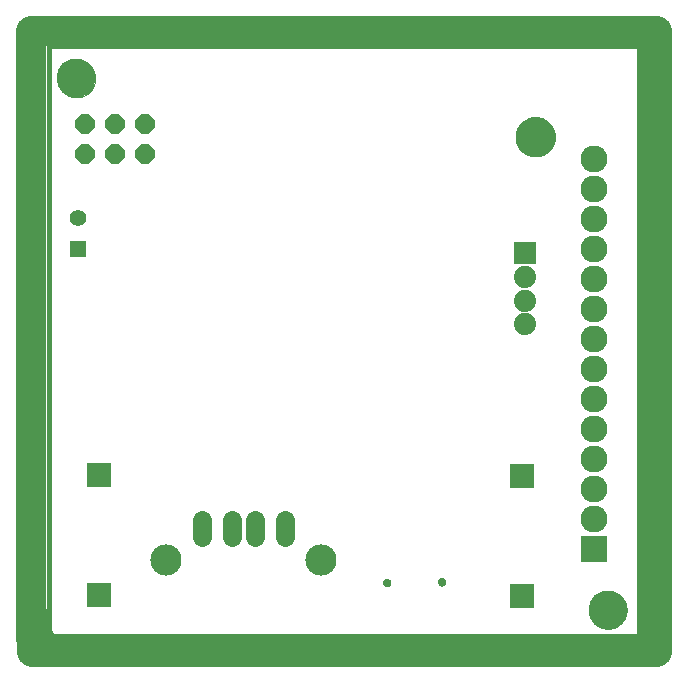
<source format=gbs>
G75*
%MOIN*%
%OFA0B0*%
%FSLAX25Y25*%
%IPPOS*%
%LPD*%
%AMOC8*
5,1,8,0,0,1.08239X$1,22.5*
%
%ADD10C,0.01600*%
%ADD11C,0.00000*%
%ADD12C,0.12998*%
%ADD13C,0.10000*%
%ADD14C,0.09000*%
%ADD15R,0.09000X0.09000*%
%ADD16C,0.00500*%
%ADD17R,0.07400X0.07400*%
%ADD18C,0.07400*%
%ADD19C,0.02762*%
%ADD20C,0.06337*%
%ADD21C,0.10400*%
%ADD22OC8,0.06400*%
%ADD23R,0.08200X0.08200*%
%ADD24R,0.05550X0.05550*%
%ADD25C,0.05550*%
D10*
X0123337Y0016382D02*
X0123337Y0213232D01*
X0320187Y0213232D01*
X0320187Y0016382D01*
X0123337Y0016382D01*
D11*
X0234912Y0034217D02*
X0234914Y0034286D01*
X0234920Y0034354D01*
X0234930Y0034422D01*
X0234944Y0034489D01*
X0234962Y0034556D01*
X0234983Y0034621D01*
X0235009Y0034685D01*
X0235038Y0034747D01*
X0235070Y0034807D01*
X0235106Y0034866D01*
X0235146Y0034922D01*
X0235188Y0034976D01*
X0235234Y0035027D01*
X0235283Y0035076D01*
X0235334Y0035122D01*
X0235388Y0035164D01*
X0235444Y0035204D01*
X0235502Y0035240D01*
X0235563Y0035272D01*
X0235625Y0035301D01*
X0235689Y0035327D01*
X0235754Y0035348D01*
X0235821Y0035366D01*
X0235888Y0035380D01*
X0235956Y0035390D01*
X0236024Y0035396D01*
X0236093Y0035398D01*
X0236162Y0035396D01*
X0236230Y0035390D01*
X0236298Y0035380D01*
X0236365Y0035366D01*
X0236432Y0035348D01*
X0236497Y0035327D01*
X0236561Y0035301D01*
X0236623Y0035272D01*
X0236683Y0035240D01*
X0236742Y0035204D01*
X0236798Y0035164D01*
X0236852Y0035122D01*
X0236903Y0035076D01*
X0236952Y0035027D01*
X0236998Y0034976D01*
X0237040Y0034922D01*
X0237080Y0034866D01*
X0237116Y0034807D01*
X0237148Y0034747D01*
X0237177Y0034685D01*
X0237203Y0034621D01*
X0237224Y0034556D01*
X0237242Y0034489D01*
X0237256Y0034422D01*
X0237266Y0034354D01*
X0237272Y0034286D01*
X0237274Y0034217D01*
X0237272Y0034148D01*
X0237266Y0034080D01*
X0237256Y0034012D01*
X0237242Y0033945D01*
X0237224Y0033878D01*
X0237203Y0033813D01*
X0237177Y0033749D01*
X0237148Y0033687D01*
X0237116Y0033626D01*
X0237080Y0033568D01*
X0237040Y0033512D01*
X0236998Y0033458D01*
X0236952Y0033407D01*
X0236903Y0033358D01*
X0236852Y0033312D01*
X0236798Y0033270D01*
X0236742Y0033230D01*
X0236684Y0033194D01*
X0236623Y0033162D01*
X0236561Y0033133D01*
X0236497Y0033107D01*
X0236432Y0033086D01*
X0236365Y0033068D01*
X0236298Y0033054D01*
X0236230Y0033044D01*
X0236162Y0033038D01*
X0236093Y0033036D01*
X0236024Y0033038D01*
X0235956Y0033044D01*
X0235888Y0033054D01*
X0235821Y0033068D01*
X0235754Y0033086D01*
X0235689Y0033107D01*
X0235625Y0033133D01*
X0235563Y0033162D01*
X0235502Y0033194D01*
X0235444Y0033230D01*
X0235388Y0033270D01*
X0235334Y0033312D01*
X0235283Y0033358D01*
X0235234Y0033407D01*
X0235188Y0033458D01*
X0235146Y0033512D01*
X0235106Y0033568D01*
X0235070Y0033626D01*
X0235038Y0033687D01*
X0235009Y0033749D01*
X0234983Y0033813D01*
X0234962Y0033878D01*
X0234944Y0033945D01*
X0234930Y0034012D01*
X0234920Y0034080D01*
X0234914Y0034148D01*
X0234912Y0034217D01*
X0253219Y0034413D02*
X0253221Y0034482D01*
X0253227Y0034550D01*
X0253237Y0034618D01*
X0253251Y0034685D01*
X0253269Y0034752D01*
X0253290Y0034817D01*
X0253316Y0034881D01*
X0253345Y0034943D01*
X0253377Y0035003D01*
X0253413Y0035062D01*
X0253453Y0035118D01*
X0253495Y0035172D01*
X0253541Y0035223D01*
X0253590Y0035272D01*
X0253641Y0035318D01*
X0253695Y0035360D01*
X0253751Y0035400D01*
X0253809Y0035436D01*
X0253870Y0035468D01*
X0253932Y0035497D01*
X0253996Y0035523D01*
X0254061Y0035544D01*
X0254128Y0035562D01*
X0254195Y0035576D01*
X0254263Y0035586D01*
X0254331Y0035592D01*
X0254400Y0035594D01*
X0254469Y0035592D01*
X0254537Y0035586D01*
X0254605Y0035576D01*
X0254672Y0035562D01*
X0254739Y0035544D01*
X0254804Y0035523D01*
X0254868Y0035497D01*
X0254930Y0035468D01*
X0254990Y0035436D01*
X0255049Y0035400D01*
X0255105Y0035360D01*
X0255159Y0035318D01*
X0255210Y0035272D01*
X0255259Y0035223D01*
X0255305Y0035172D01*
X0255347Y0035118D01*
X0255387Y0035062D01*
X0255423Y0035003D01*
X0255455Y0034943D01*
X0255484Y0034881D01*
X0255510Y0034817D01*
X0255531Y0034752D01*
X0255549Y0034685D01*
X0255563Y0034618D01*
X0255573Y0034550D01*
X0255579Y0034482D01*
X0255581Y0034413D01*
X0255579Y0034344D01*
X0255573Y0034276D01*
X0255563Y0034208D01*
X0255549Y0034141D01*
X0255531Y0034074D01*
X0255510Y0034009D01*
X0255484Y0033945D01*
X0255455Y0033883D01*
X0255423Y0033822D01*
X0255387Y0033764D01*
X0255347Y0033708D01*
X0255305Y0033654D01*
X0255259Y0033603D01*
X0255210Y0033554D01*
X0255159Y0033508D01*
X0255105Y0033466D01*
X0255049Y0033426D01*
X0254991Y0033390D01*
X0254930Y0033358D01*
X0254868Y0033329D01*
X0254804Y0033303D01*
X0254739Y0033282D01*
X0254672Y0033264D01*
X0254605Y0033250D01*
X0254537Y0033240D01*
X0254469Y0033234D01*
X0254400Y0033232D01*
X0254331Y0033234D01*
X0254263Y0033240D01*
X0254195Y0033250D01*
X0254128Y0033264D01*
X0254061Y0033282D01*
X0253996Y0033303D01*
X0253932Y0033329D01*
X0253870Y0033358D01*
X0253809Y0033390D01*
X0253751Y0033426D01*
X0253695Y0033466D01*
X0253641Y0033508D01*
X0253590Y0033554D01*
X0253541Y0033603D01*
X0253495Y0033654D01*
X0253453Y0033708D01*
X0253413Y0033764D01*
X0253377Y0033822D01*
X0253345Y0033883D01*
X0253316Y0033945D01*
X0253290Y0034009D01*
X0253269Y0034074D01*
X0253251Y0034141D01*
X0253237Y0034208D01*
X0253227Y0034276D01*
X0253221Y0034344D01*
X0253219Y0034413D01*
X0303416Y0025122D02*
X0303418Y0025280D01*
X0303424Y0025438D01*
X0303434Y0025596D01*
X0303448Y0025754D01*
X0303466Y0025911D01*
X0303487Y0026068D01*
X0303513Y0026224D01*
X0303543Y0026380D01*
X0303576Y0026535D01*
X0303614Y0026688D01*
X0303655Y0026841D01*
X0303700Y0026993D01*
X0303749Y0027144D01*
X0303802Y0027293D01*
X0303858Y0027441D01*
X0303918Y0027587D01*
X0303982Y0027732D01*
X0304050Y0027875D01*
X0304121Y0028017D01*
X0304195Y0028157D01*
X0304273Y0028294D01*
X0304355Y0028430D01*
X0304439Y0028564D01*
X0304528Y0028695D01*
X0304619Y0028824D01*
X0304714Y0028951D01*
X0304811Y0029076D01*
X0304912Y0029198D01*
X0305016Y0029317D01*
X0305123Y0029434D01*
X0305233Y0029548D01*
X0305346Y0029659D01*
X0305461Y0029768D01*
X0305579Y0029873D01*
X0305700Y0029975D01*
X0305823Y0030075D01*
X0305949Y0030171D01*
X0306077Y0030264D01*
X0306207Y0030354D01*
X0306340Y0030440D01*
X0306475Y0030524D01*
X0306611Y0030603D01*
X0306750Y0030680D01*
X0306891Y0030752D01*
X0307033Y0030822D01*
X0307177Y0030887D01*
X0307323Y0030949D01*
X0307470Y0031007D01*
X0307619Y0031062D01*
X0307769Y0031113D01*
X0307920Y0031160D01*
X0308072Y0031203D01*
X0308225Y0031242D01*
X0308380Y0031278D01*
X0308535Y0031309D01*
X0308691Y0031337D01*
X0308847Y0031361D01*
X0309004Y0031381D01*
X0309162Y0031397D01*
X0309319Y0031409D01*
X0309478Y0031417D01*
X0309636Y0031421D01*
X0309794Y0031421D01*
X0309952Y0031417D01*
X0310111Y0031409D01*
X0310268Y0031397D01*
X0310426Y0031381D01*
X0310583Y0031361D01*
X0310739Y0031337D01*
X0310895Y0031309D01*
X0311050Y0031278D01*
X0311205Y0031242D01*
X0311358Y0031203D01*
X0311510Y0031160D01*
X0311661Y0031113D01*
X0311811Y0031062D01*
X0311960Y0031007D01*
X0312107Y0030949D01*
X0312253Y0030887D01*
X0312397Y0030822D01*
X0312539Y0030752D01*
X0312680Y0030680D01*
X0312819Y0030603D01*
X0312955Y0030524D01*
X0313090Y0030440D01*
X0313223Y0030354D01*
X0313353Y0030264D01*
X0313481Y0030171D01*
X0313607Y0030075D01*
X0313730Y0029975D01*
X0313851Y0029873D01*
X0313969Y0029768D01*
X0314084Y0029659D01*
X0314197Y0029548D01*
X0314307Y0029434D01*
X0314414Y0029317D01*
X0314518Y0029198D01*
X0314619Y0029076D01*
X0314716Y0028951D01*
X0314811Y0028824D01*
X0314902Y0028695D01*
X0314991Y0028564D01*
X0315075Y0028430D01*
X0315157Y0028294D01*
X0315235Y0028157D01*
X0315309Y0028017D01*
X0315380Y0027875D01*
X0315448Y0027732D01*
X0315512Y0027587D01*
X0315572Y0027441D01*
X0315628Y0027293D01*
X0315681Y0027144D01*
X0315730Y0026993D01*
X0315775Y0026841D01*
X0315816Y0026688D01*
X0315854Y0026535D01*
X0315887Y0026380D01*
X0315917Y0026224D01*
X0315943Y0026068D01*
X0315964Y0025911D01*
X0315982Y0025754D01*
X0315996Y0025596D01*
X0316006Y0025438D01*
X0316012Y0025280D01*
X0316014Y0025122D01*
X0316012Y0024964D01*
X0316006Y0024806D01*
X0315996Y0024648D01*
X0315982Y0024490D01*
X0315964Y0024333D01*
X0315943Y0024176D01*
X0315917Y0024020D01*
X0315887Y0023864D01*
X0315854Y0023709D01*
X0315816Y0023556D01*
X0315775Y0023403D01*
X0315730Y0023251D01*
X0315681Y0023100D01*
X0315628Y0022951D01*
X0315572Y0022803D01*
X0315512Y0022657D01*
X0315448Y0022512D01*
X0315380Y0022369D01*
X0315309Y0022227D01*
X0315235Y0022087D01*
X0315157Y0021950D01*
X0315075Y0021814D01*
X0314991Y0021680D01*
X0314902Y0021549D01*
X0314811Y0021420D01*
X0314716Y0021293D01*
X0314619Y0021168D01*
X0314518Y0021046D01*
X0314414Y0020927D01*
X0314307Y0020810D01*
X0314197Y0020696D01*
X0314084Y0020585D01*
X0313969Y0020476D01*
X0313851Y0020371D01*
X0313730Y0020269D01*
X0313607Y0020169D01*
X0313481Y0020073D01*
X0313353Y0019980D01*
X0313223Y0019890D01*
X0313090Y0019804D01*
X0312955Y0019720D01*
X0312819Y0019641D01*
X0312680Y0019564D01*
X0312539Y0019492D01*
X0312397Y0019422D01*
X0312253Y0019357D01*
X0312107Y0019295D01*
X0311960Y0019237D01*
X0311811Y0019182D01*
X0311661Y0019131D01*
X0311510Y0019084D01*
X0311358Y0019041D01*
X0311205Y0019002D01*
X0311050Y0018966D01*
X0310895Y0018935D01*
X0310739Y0018907D01*
X0310583Y0018883D01*
X0310426Y0018863D01*
X0310268Y0018847D01*
X0310111Y0018835D01*
X0309952Y0018827D01*
X0309794Y0018823D01*
X0309636Y0018823D01*
X0309478Y0018827D01*
X0309319Y0018835D01*
X0309162Y0018847D01*
X0309004Y0018863D01*
X0308847Y0018883D01*
X0308691Y0018907D01*
X0308535Y0018935D01*
X0308380Y0018966D01*
X0308225Y0019002D01*
X0308072Y0019041D01*
X0307920Y0019084D01*
X0307769Y0019131D01*
X0307619Y0019182D01*
X0307470Y0019237D01*
X0307323Y0019295D01*
X0307177Y0019357D01*
X0307033Y0019422D01*
X0306891Y0019492D01*
X0306750Y0019564D01*
X0306611Y0019641D01*
X0306475Y0019720D01*
X0306340Y0019804D01*
X0306207Y0019890D01*
X0306077Y0019980D01*
X0305949Y0020073D01*
X0305823Y0020169D01*
X0305700Y0020269D01*
X0305579Y0020371D01*
X0305461Y0020476D01*
X0305346Y0020585D01*
X0305233Y0020696D01*
X0305123Y0020810D01*
X0305016Y0020927D01*
X0304912Y0021046D01*
X0304811Y0021168D01*
X0304714Y0021293D01*
X0304619Y0021420D01*
X0304528Y0021549D01*
X0304439Y0021680D01*
X0304355Y0021814D01*
X0304273Y0021950D01*
X0304195Y0022087D01*
X0304121Y0022227D01*
X0304050Y0022369D01*
X0303982Y0022512D01*
X0303918Y0022657D01*
X0303858Y0022803D01*
X0303802Y0022951D01*
X0303749Y0023100D01*
X0303700Y0023251D01*
X0303655Y0023403D01*
X0303614Y0023556D01*
X0303576Y0023709D01*
X0303543Y0023864D01*
X0303513Y0024020D01*
X0303487Y0024176D01*
X0303466Y0024333D01*
X0303448Y0024490D01*
X0303434Y0024648D01*
X0303424Y0024806D01*
X0303418Y0024964D01*
X0303416Y0025122D01*
X0279360Y0182642D02*
X0279362Y0182800D01*
X0279368Y0182958D01*
X0279378Y0183116D01*
X0279392Y0183274D01*
X0279410Y0183431D01*
X0279431Y0183588D01*
X0279457Y0183744D01*
X0279487Y0183900D01*
X0279520Y0184055D01*
X0279558Y0184208D01*
X0279599Y0184361D01*
X0279644Y0184513D01*
X0279693Y0184664D01*
X0279746Y0184813D01*
X0279802Y0184961D01*
X0279862Y0185107D01*
X0279926Y0185252D01*
X0279994Y0185395D01*
X0280065Y0185537D01*
X0280139Y0185677D01*
X0280217Y0185814D01*
X0280299Y0185950D01*
X0280383Y0186084D01*
X0280472Y0186215D01*
X0280563Y0186344D01*
X0280658Y0186471D01*
X0280755Y0186596D01*
X0280856Y0186718D01*
X0280960Y0186837D01*
X0281067Y0186954D01*
X0281177Y0187068D01*
X0281290Y0187179D01*
X0281405Y0187288D01*
X0281523Y0187393D01*
X0281644Y0187495D01*
X0281767Y0187595D01*
X0281893Y0187691D01*
X0282021Y0187784D01*
X0282151Y0187874D01*
X0282284Y0187960D01*
X0282419Y0188044D01*
X0282555Y0188123D01*
X0282694Y0188200D01*
X0282835Y0188272D01*
X0282977Y0188342D01*
X0283121Y0188407D01*
X0283267Y0188469D01*
X0283414Y0188527D01*
X0283563Y0188582D01*
X0283713Y0188633D01*
X0283864Y0188680D01*
X0284016Y0188723D01*
X0284169Y0188762D01*
X0284324Y0188798D01*
X0284479Y0188829D01*
X0284635Y0188857D01*
X0284791Y0188881D01*
X0284948Y0188901D01*
X0285106Y0188917D01*
X0285263Y0188929D01*
X0285422Y0188937D01*
X0285580Y0188941D01*
X0285738Y0188941D01*
X0285896Y0188937D01*
X0286055Y0188929D01*
X0286212Y0188917D01*
X0286370Y0188901D01*
X0286527Y0188881D01*
X0286683Y0188857D01*
X0286839Y0188829D01*
X0286994Y0188798D01*
X0287149Y0188762D01*
X0287302Y0188723D01*
X0287454Y0188680D01*
X0287605Y0188633D01*
X0287755Y0188582D01*
X0287904Y0188527D01*
X0288051Y0188469D01*
X0288197Y0188407D01*
X0288341Y0188342D01*
X0288483Y0188272D01*
X0288624Y0188200D01*
X0288763Y0188123D01*
X0288899Y0188044D01*
X0289034Y0187960D01*
X0289167Y0187874D01*
X0289297Y0187784D01*
X0289425Y0187691D01*
X0289551Y0187595D01*
X0289674Y0187495D01*
X0289795Y0187393D01*
X0289913Y0187288D01*
X0290028Y0187179D01*
X0290141Y0187068D01*
X0290251Y0186954D01*
X0290358Y0186837D01*
X0290462Y0186718D01*
X0290563Y0186596D01*
X0290660Y0186471D01*
X0290755Y0186344D01*
X0290846Y0186215D01*
X0290935Y0186084D01*
X0291019Y0185950D01*
X0291101Y0185814D01*
X0291179Y0185677D01*
X0291253Y0185537D01*
X0291324Y0185395D01*
X0291392Y0185252D01*
X0291456Y0185107D01*
X0291516Y0184961D01*
X0291572Y0184813D01*
X0291625Y0184664D01*
X0291674Y0184513D01*
X0291719Y0184361D01*
X0291760Y0184208D01*
X0291798Y0184055D01*
X0291831Y0183900D01*
X0291861Y0183744D01*
X0291887Y0183588D01*
X0291908Y0183431D01*
X0291926Y0183274D01*
X0291940Y0183116D01*
X0291950Y0182958D01*
X0291956Y0182800D01*
X0291958Y0182642D01*
X0291956Y0182484D01*
X0291950Y0182326D01*
X0291940Y0182168D01*
X0291926Y0182010D01*
X0291908Y0181853D01*
X0291887Y0181696D01*
X0291861Y0181540D01*
X0291831Y0181384D01*
X0291798Y0181229D01*
X0291760Y0181076D01*
X0291719Y0180923D01*
X0291674Y0180771D01*
X0291625Y0180620D01*
X0291572Y0180471D01*
X0291516Y0180323D01*
X0291456Y0180177D01*
X0291392Y0180032D01*
X0291324Y0179889D01*
X0291253Y0179747D01*
X0291179Y0179607D01*
X0291101Y0179470D01*
X0291019Y0179334D01*
X0290935Y0179200D01*
X0290846Y0179069D01*
X0290755Y0178940D01*
X0290660Y0178813D01*
X0290563Y0178688D01*
X0290462Y0178566D01*
X0290358Y0178447D01*
X0290251Y0178330D01*
X0290141Y0178216D01*
X0290028Y0178105D01*
X0289913Y0177996D01*
X0289795Y0177891D01*
X0289674Y0177789D01*
X0289551Y0177689D01*
X0289425Y0177593D01*
X0289297Y0177500D01*
X0289167Y0177410D01*
X0289034Y0177324D01*
X0288899Y0177240D01*
X0288763Y0177161D01*
X0288624Y0177084D01*
X0288483Y0177012D01*
X0288341Y0176942D01*
X0288197Y0176877D01*
X0288051Y0176815D01*
X0287904Y0176757D01*
X0287755Y0176702D01*
X0287605Y0176651D01*
X0287454Y0176604D01*
X0287302Y0176561D01*
X0287149Y0176522D01*
X0286994Y0176486D01*
X0286839Y0176455D01*
X0286683Y0176427D01*
X0286527Y0176403D01*
X0286370Y0176383D01*
X0286212Y0176367D01*
X0286055Y0176355D01*
X0285896Y0176347D01*
X0285738Y0176343D01*
X0285580Y0176343D01*
X0285422Y0176347D01*
X0285263Y0176355D01*
X0285106Y0176367D01*
X0284948Y0176383D01*
X0284791Y0176403D01*
X0284635Y0176427D01*
X0284479Y0176455D01*
X0284324Y0176486D01*
X0284169Y0176522D01*
X0284016Y0176561D01*
X0283864Y0176604D01*
X0283713Y0176651D01*
X0283563Y0176702D01*
X0283414Y0176757D01*
X0283267Y0176815D01*
X0283121Y0176877D01*
X0282977Y0176942D01*
X0282835Y0177012D01*
X0282694Y0177084D01*
X0282555Y0177161D01*
X0282419Y0177240D01*
X0282284Y0177324D01*
X0282151Y0177410D01*
X0282021Y0177500D01*
X0281893Y0177593D01*
X0281767Y0177689D01*
X0281644Y0177789D01*
X0281523Y0177891D01*
X0281405Y0177996D01*
X0281290Y0178105D01*
X0281177Y0178216D01*
X0281067Y0178330D01*
X0280960Y0178447D01*
X0280856Y0178566D01*
X0280755Y0178688D01*
X0280658Y0178813D01*
X0280563Y0178940D01*
X0280472Y0179069D01*
X0280383Y0179200D01*
X0280299Y0179334D01*
X0280217Y0179470D01*
X0280139Y0179607D01*
X0280065Y0179747D01*
X0279994Y0179889D01*
X0279926Y0180032D01*
X0279862Y0180177D01*
X0279802Y0180323D01*
X0279746Y0180471D01*
X0279693Y0180620D01*
X0279644Y0180771D01*
X0279599Y0180923D01*
X0279558Y0181076D01*
X0279520Y0181229D01*
X0279487Y0181384D01*
X0279457Y0181540D01*
X0279431Y0181696D01*
X0279410Y0181853D01*
X0279392Y0182010D01*
X0279378Y0182168D01*
X0279368Y0182326D01*
X0279362Y0182484D01*
X0279360Y0182642D01*
X0126250Y0202287D02*
X0126252Y0202445D01*
X0126258Y0202603D01*
X0126268Y0202761D01*
X0126282Y0202919D01*
X0126300Y0203076D01*
X0126321Y0203233D01*
X0126347Y0203389D01*
X0126377Y0203545D01*
X0126410Y0203700D01*
X0126448Y0203853D01*
X0126489Y0204006D01*
X0126534Y0204158D01*
X0126583Y0204309D01*
X0126636Y0204458D01*
X0126692Y0204606D01*
X0126752Y0204752D01*
X0126816Y0204897D01*
X0126884Y0205040D01*
X0126955Y0205182D01*
X0127029Y0205322D01*
X0127107Y0205459D01*
X0127189Y0205595D01*
X0127273Y0205729D01*
X0127362Y0205860D01*
X0127453Y0205989D01*
X0127548Y0206116D01*
X0127645Y0206241D01*
X0127746Y0206363D01*
X0127850Y0206482D01*
X0127957Y0206599D01*
X0128067Y0206713D01*
X0128180Y0206824D01*
X0128295Y0206933D01*
X0128413Y0207038D01*
X0128534Y0207140D01*
X0128657Y0207240D01*
X0128783Y0207336D01*
X0128911Y0207429D01*
X0129041Y0207519D01*
X0129174Y0207605D01*
X0129309Y0207689D01*
X0129445Y0207768D01*
X0129584Y0207845D01*
X0129725Y0207917D01*
X0129867Y0207987D01*
X0130011Y0208052D01*
X0130157Y0208114D01*
X0130304Y0208172D01*
X0130453Y0208227D01*
X0130603Y0208278D01*
X0130754Y0208325D01*
X0130906Y0208368D01*
X0131059Y0208407D01*
X0131214Y0208443D01*
X0131369Y0208474D01*
X0131525Y0208502D01*
X0131681Y0208526D01*
X0131838Y0208546D01*
X0131996Y0208562D01*
X0132153Y0208574D01*
X0132312Y0208582D01*
X0132470Y0208586D01*
X0132628Y0208586D01*
X0132786Y0208582D01*
X0132945Y0208574D01*
X0133102Y0208562D01*
X0133260Y0208546D01*
X0133417Y0208526D01*
X0133573Y0208502D01*
X0133729Y0208474D01*
X0133884Y0208443D01*
X0134039Y0208407D01*
X0134192Y0208368D01*
X0134344Y0208325D01*
X0134495Y0208278D01*
X0134645Y0208227D01*
X0134794Y0208172D01*
X0134941Y0208114D01*
X0135087Y0208052D01*
X0135231Y0207987D01*
X0135373Y0207917D01*
X0135514Y0207845D01*
X0135653Y0207768D01*
X0135789Y0207689D01*
X0135924Y0207605D01*
X0136057Y0207519D01*
X0136187Y0207429D01*
X0136315Y0207336D01*
X0136441Y0207240D01*
X0136564Y0207140D01*
X0136685Y0207038D01*
X0136803Y0206933D01*
X0136918Y0206824D01*
X0137031Y0206713D01*
X0137141Y0206599D01*
X0137248Y0206482D01*
X0137352Y0206363D01*
X0137453Y0206241D01*
X0137550Y0206116D01*
X0137645Y0205989D01*
X0137736Y0205860D01*
X0137825Y0205729D01*
X0137909Y0205595D01*
X0137991Y0205459D01*
X0138069Y0205322D01*
X0138143Y0205182D01*
X0138214Y0205040D01*
X0138282Y0204897D01*
X0138346Y0204752D01*
X0138406Y0204606D01*
X0138462Y0204458D01*
X0138515Y0204309D01*
X0138564Y0204158D01*
X0138609Y0204006D01*
X0138650Y0203853D01*
X0138688Y0203700D01*
X0138721Y0203545D01*
X0138751Y0203389D01*
X0138777Y0203233D01*
X0138798Y0203076D01*
X0138816Y0202919D01*
X0138830Y0202761D01*
X0138840Y0202603D01*
X0138846Y0202445D01*
X0138848Y0202287D01*
X0138846Y0202129D01*
X0138840Y0201971D01*
X0138830Y0201813D01*
X0138816Y0201655D01*
X0138798Y0201498D01*
X0138777Y0201341D01*
X0138751Y0201185D01*
X0138721Y0201029D01*
X0138688Y0200874D01*
X0138650Y0200721D01*
X0138609Y0200568D01*
X0138564Y0200416D01*
X0138515Y0200265D01*
X0138462Y0200116D01*
X0138406Y0199968D01*
X0138346Y0199822D01*
X0138282Y0199677D01*
X0138214Y0199534D01*
X0138143Y0199392D01*
X0138069Y0199252D01*
X0137991Y0199115D01*
X0137909Y0198979D01*
X0137825Y0198845D01*
X0137736Y0198714D01*
X0137645Y0198585D01*
X0137550Y0198458D01*
X0137453Y0198333D01*
X0137352Y0198211D01*
X0137248Y0198092D01*
X0137141Y0197975D01*
X0137031Y0197861D01*
X0136918Y0197750D01*
X0136803Y0197641D01*
X0136685Y0197536D01*
X0136564Y0197434D01*
X0136441Y0197334D01*
X0136315Y0197238D01*
X0136187Y0197145D01*
X0136057Y0197055D01*
X0135924Y0196969D01*
X0135789Y0196885D01*
X0135653Y0196806D01*
X0135514Y0196729D01*
X0135373Y0196657D01*
X0135231Y0196587D01*
X0135087Y0196522D01*
X0134941Y0196460D01*
X0134794Y0196402D01*
X0134645Y0196347D01*
X0134495Y0196296D01*
X0134344Y0196249D01*
X0134192Y0196206D01*
X0134039Y0196167D01*
X0133884Y0196131D01*
X0133729Y0196100D01*
X0133573Y0196072D01*
X0133417Y0196048D01*
X0133260Y0196028D01*
X0133102Y0196012D01*
X0132945Y0196000D01*
X0132786Y0195992D01*
X0132628Y0195988D01*
X0132470Y0195988D01*
X0132312Y0195992D01*
X0132153Y0196000D01*
X0131996Y0196012D01*
X0131838Y0196028D01*
X0131681Y0196048D01*
X0131525Y0196072D01*
X0131369Y0196100D01*
X0131214Y0196131D01*
X0131059Y0196167D01*
X0130906Y0196206D01*
X0130754Y0196249D01*
X0130603Y0196296D01*
X0130453Y0196347D01*
X0130304Y0196402D01*
X0130157Y0196460D01*
X0130011Y0196522D01*
X0129867Y0196587D01*
X0129725Y0196657D01*
X0129584Y0196729D01*
X0129445Y0196806D01*
X0129309Y0196885D01*
X0129174Y0196969D01*
X0129041Y0197055D01*
X0128911Y0197145D01*
X0128783Y0197238D01*
X0128657Y0197334D01*
X0128534Y0197434D01*
X0128413Y0197536D01*
X0128295Y0197641D01*
X0128180Y0197750D01*
X0128067Y0197861D01*
X0127957Y0197975D01*
X0127850Y0198092D01*
X0127746Y0198211D01*
X0127645Y0198333D01*
X0127548Y0198458D01*
X0127453Y0198585D01*
X0127362Y0198714D01*
X0127273Y0198845D01*
X0127189Y0198979D01*
X0127107Y0199115D01*
X0127029Y0199252D01*
X0126955Y0199392D01*
X0126884Y0199534D01*
X0126816Y0199677D01*
X0126752Y0199822D01*
X0126692Y0199968D01*
X0126636Y0200116D01*
X0126583Y0200265D01*
X0126534Y0200416D01*
X0126489Y0200568D01*
X0126448Y0200721D01*
X0126410Y0200874D01*
X0126377Y0201029D01*
X0126347Y0201185D01*
X0126321Y0201341D01*
X0126300Y0201498D01*
X0126282Y0201655D01*
X0126268Y0201813D01*
X0126258Y0201971D01*
X0126252Y0202129D01*
X0126250Y0202287D01*
D12*
X0132549Y0202287D03*
X0285659Y0182642D03*
X0309715Y0025122D03*
D13*
X0117943Y0024492D02*
X0117943Y0011185D01*
X0326053Y0011185D01*
X0326053Y0218193D01*
X0117589Y0218193D01*
X0117589Y0015280D01*
X0120305Y0015280D01*
D14*
X0305108Y0055516D03*
X0305108Y0065516D03*
X0305108Y0075516D03*
X0305108Y0085516D03*
X0305108Y0095516D03*
X0305108Y0105516D03*
X0305108Y0115516D03*
X0305108Y0125516D03*
X0305108Y0135516D03*
X0305108Y0145516D03*
X0305108Y0155516D03*
X0305108Y0165516D03*
X0305108Y0175516D03*
D15*
X0305108Y0045516D03*
D16*
X0279308Y0182720D02*
X0279310Y0182879D01*
X0279316Y0183039D01*
X0279326Y0183198D01*
X0279340Y0183356D01*
X0279358Y0183515D01*
X0279379Y0183673D01*
X0279405Y0183830D01*
X0279435Y0183986D01*
X0279468Y0184142D01*
X0279506Y0184297D01*
X0279547Y0184451D01*
X0279592Y0184604D01*
X0279641Y0184755D01*
X0279693Y0184906D01*
X0279750Y0185055D01*
X0279810Y0185202D01*
X0279874Y0185349D01*
X0279941Y0185493D01*
X0280012Y0185636D01*
X0280086Y0185777D01*
X0280164Y0185916D01*
X0280246Y0186052D01*
X0280330Y0186187D01*
X0280419Y0186320D01*
X0280510Y0186451D01*
X0280605Y0186579D01*
X0280702Y0186705D01*
X0280803Y0186828D01*
X0280907Y0186949D01*
X0281014Y0187067D01*
X0281124Y0187182D01*
X0281237Y0187295D01*
X0281352Y0187405D01*
X0281470Y0187512D01*
X0281591Y0187616D01*
X0281714Y0187717D01*
X0281840Y0187814D01*
X0281968Y0187909D01*
X0282099Y0188000D01*
X0282232Y0188089D01*
X0282367Y0188173D01*
X0282504Y0188255D01*
X0282642Y0188333D01*
X0282783Y0188407D01*
X0282926Y0188478D01*
X0283070Y0188545D01*
X0283217Y0188609D01*
X0283364Y0188669D01*
X0283513Y0188726D01*
X0283664Y0188778D01*
X0283815Y0188827D01*
X0283968Y0188872D01*
X0284122Y0188913D01*
X0284277Y0188951D01*
X0284433Y0188984D01*
X0284589Y0189014D01*
X0284746Y0189040D01*
X0284904Y0189061D01*
X0285063Y0189079D01*
X0285221Y0189093D01*
X0285380Y0189103D01*
X0285540Y0189109D01*
X0285699Y0189111D01*
X0285858Y0189109D01*
X0286018Y0189103D01*
X0286177Y0189093D01*
X0286335Y0189079D01*
X0286494Y0189061D01*
X0286652Y0189040D01*
X0286809Y0189014D01*
X0286965Y0188984D01*
X0287121Y0188951D01*
X0287276Y0188913D01*
X0287430Y0188872D01*
X0287583Y0188827D01*
X0287734Y0188778D01*
X0287885Y0188726D01*
X0288034Y0188669D01*
X0288181Y0188609D01*
X0288328Y0188545D01*
X0288472Y0188478D01*
X0288615Y0188407D01*
X0288756Y0188333D01*
X0288895Y0188255D01*
X0289031Y0188173D01*
X0289166Y0188089D01*
X0289299Y0188000D01*
X0289430Y0187909D01*
X0289558Y0187814D01*
X0289684Y0187717D01*
X0289807Y0187616D01*
X0289928Y0187512D01*
X0290046Y0187405D01*
X0290161Y0187295D01*
X0290274Y0187182D01*
X0290384Y0187067D01*
X0290491Y0186949D01*
X0290595Y0186828D01*
X0290696Y0186705D01*
X0290793Y0186579D01*
X0290888Y0186451D01*
X0290979Y0186320D01*
X0291068Y0186187D01*
X0291152Y0186052D01*
X0291234Y0185915D01*
X0291312Y0185777D01*
X0291386Y0185636D01*
X0291457Y0185493D01*
X0291524Y0185349D01*
X0291588Y0185202D01*
X0291648Y0185055D01*
X0291705Y0184906D01*
X0291757Y0184755D01*
X0291806Y0184604D01*
X0291851Y0184451D01*
X0291892Y0184297D01*
X0291930Y0184142D01*
X0291963Y0183986D01*
X0291993Y0183830D01*
X0292019Y0183673D01*
X0292040Y0183515D01*
X0292058Y0183356D01*
X0292072Y0183198D01*
X0292082Y0183039D01*
X0292088Y0182879D01*
X0292090Y0182720D01*
X0292088Y0182561D01*
X0292082Y0182401D01*
X0292072Y0182242D01*
X0292058Y0182084D01*
X0292040Y0181925D01*
X0292019Y0181767D01*
X0291993Y0181610D01*
X0291963Y0181454D01*
X0291930Y0181298D01*
X0291892Y0181143D01*
X0291851Y0180989D01*
X0291806Y0180836D01*
X0291757Y0180685D01*
X0291705Y0180534D01*
X0291648Y0180385D01*
X0291588Y0180238D01*
X0291524Y0180091D01*
X0291457Y0179947D01*
X0291386Y0179804D01*
X0291312Y0179663D01*
X0291234Y0179524D01*
X0291152Y0179388D01*
X0291068Y0179253D01*
X0290979Y0179120D01*
X0290888Y0178989D01*
X0290793Y0178861D01*
X0290696Y0178735D01*
X0290595Y0178612D01*
X0290491Y0178491D01*
X0290384Y0178373D01*
X0290274Y0178258D01*
X0290161Y0178145D01*
X0290046Y0178035D01*
X0289928Y0177928D01*
X0289807Y0177824D01*
X0289684Y0177723D01*
X0289558Y0177626D01*
X0289430Y0177531D01*
X0289299Y0177440D01*
X0289166Y0177351D01*
X0289031Y0177267D01*
X0288894Y0177185D01*
X0288756Y0177107D01*
X0288615Y0177033D01*
X0288472Y0176962D01*
X0288328Y0176895D01*
X0288181Y0176831D01*
X0288034Y0176771D01*
X0287885Y0176714D01*
X0287734Y0176662D01*
X0287583Y0176613D01*
X0287430Y0176568D01*
X0287276Y0176527D01*
X0287121Y0176489D01*
X0286965Y0176456D01*
X0286809Y0176426D01*
X0286652Y0176400D01*
X0286494Y0176379D01*
X0286335Y0176361D01*
X0286177Y0176347D01*
X0286018Y0176337D01*
X0285858Y0176331D01*
X0285699Y0176329D01*
X0285540Y0176331D01*
X0285380Y0176337D01*
X0285221Y0176347D01*
X0285063Y0176361D01*
X0284904Y0176379D01*
X0284746Y0176400D01*
X0284589Y0176426D01*
X0284433Y0176456D01*
X0284277Y0176489D01*
X0284122Y0176527D01*
X0283968Y0176568D01*
X0283815Y0176613D01*
X0283664Y0176662D01*
X0283513Y0176714D01*
X0283364Y0176771D01*
X0283217Y0176831D01*
X0283070Y0176895D01*
X0282926Y0176962D01*
X0282783Y0177033D01*
X0282642Y0177107D01*
X0282503Y0177185D01*
X0282367Y0177267D01*
X0282232Y0177351D01*
X0282099Y0177440D01*
X0281968Y0177531D01*
X0281840Y0177626D01*
X0281714Y0177723D01*
X0281591Y0177824D01*
X0281470Y0177928D01*
X0281352Y0178035D01*
X0281237Y0178145D01*
X0281124Y0178258D01*
X0281014Y0178373D01*
X0280907Y0178491D01*
X0280803Y0178612D01*
X0280702Y0178735D01*
X0280605Y0178861D01*
X0280510Y0178989D01*
X0280419Y0179120D01*
X0280330Y0179253D01*
X0280246Y0179388D01*
X0280164Y0179525D01*
X0280086Y0179663D01*
X0280012Y0179804D01*
X0279941Y0179947D01*
X0279874Y0180091D01*
X0279810Y0180238D01*
X0279750Y0180385D01*
X0279693Y0180534D01*
X0279641Y0180685D01*
X0279592Y0180836D01*
X0279547Y0180989D01*
X0279506Y0181143D01*
X0279468Y0181298D01*
X0279435Y0181454D01*
X0279405Y0181610D01*
X0279379Y0181767D01*
X0279358Y0181925D01*
X0279340Y0182084D01*
X0279326Y0182242D01*
X0279316Y0182401D01*
X0279310Y0182561D01*
X0279308Y0182720D01*
D17*
X0282195Y0143941D03*
D18*
X0282195Y0136067D03*
X0282195Y0128193D03*
X0282195Y0120319D03*
D19*
X0254400Y0034413D03*
X0236093Y0034217D03*
D20*
X0202116Y0049319D02*
X0202116Y0055256D01*
X0192274Y0055256D02*
X0192274Y0049319D01*
X0184400Y0049319D02*
X0184400Y0055256D01*
X0174557Y0055256D02*
X0174557Y0049319D01*
D21*
X0162470Y0041618D03*
X0214203Y0041618D03*
D22*
X0155541Y0177091D03*
X0145541Y0177091D03*
X0135541Y0177091D03*
X0135541Y0187091D03*
X0145541Y0187091D03*
X0155541Y0187091D03*
D23*
X0140069Y0070240D03*
X0140069Y0030240D03*
X0281211Y0029846D03*
X0281211Y0069846D03*
D24*
X0133179Y0145555D03*
D25*
X0133179Y0155791D03*
M02*

</source>
